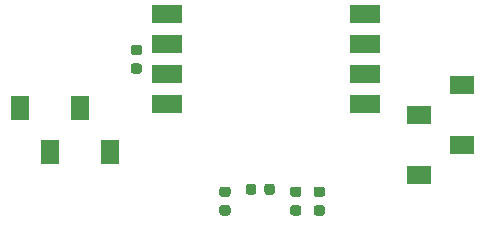
<source format=gtp>
G04 #@! TF.GenerationSoftware,KiCad,Pcbnew,(5.1.9-16-g1737927814)-1*
G04 #@! TF.CreationDate,2021-04-01T12:21:12-04:00*
G04 #@! TF.ProjectId,pressure_mpxv5010dp,70726573-7375-4726-955f-6d7078763530,1*
G04 #@! TF.SameCoordinates,Original*
G04 #@! TF.FileFunction,Paste,Top*
G04 #@! TF.FilePolarity,Positive*
%FSLAX45Y45*%
G04 Gerber Fmt 4.5, Leading zero omitted, Abs format (unit mm)*
G04 Created by KiCad (PCBNEW (5.1.9-16-g1737927814)-1) date 2021-04-01 12:21:12*
%MOMM*%
%LPD*%
G01*
G04 APERTURE LIST*
%ADD10R,1.500000X2.100000*%
%ADD11R,2.100000X1.500000*%
%ADD12R,2.540000X1.520000*%
G04 APERTURE END LIST*
D10*
X219000Y-1065000D03*
X727000Y-1065000D03*
X473000Y-1435000D03*
X981000Y-1435000D03*
D11*
X3960000Y-869000D03*
X3960000Y-1377000D03*
X3590000Y-1123000D03*
X3590000Y-1631000D03*
D12*
X1462000Y-269000D03*
X1462000Y-523000D03*
X1462000Y-777000D03*
X1462000Y-1031000D03*
X3138000Y-1031000D03*
X3138000Y-777000D03*
X3138000Y-523000D03*
X3138000Y-269000D03*
G36*
G01*
X2575625Y-1815000D02*
X2524375Y-1815000D01*
G75*
G02*
X2502500Y-1793125I0J21875D01*
G01*
X2502500Y-1749375D01*
G75*
G02*
X2524375Y-1727500I21875J0D01*
G01*
X2575625Y-1727500D01*
G75*
G02*
X2597500Y-1749375I0J-21875D01*
G01*
X2597500Y-1793125D01*
G75*
G02*
X2575625Y-1815000I-21875J0D01*
G01*
G37*
G36*
G01*
X2575625Y-1972500D02*
X2524375Y-1972500D01*
G75*
G02*
X2502500Y-1950625I0J21875D01*
G01*
X2502500Y-1906875D01*
G75*
G02*
X2524375Y-1885000I21875J0D01*
G01*
X2575625Y-1885000D01*
G75*
G02*
X2597500Y-1906875I0J-21875D01*
G01*
X2597500Y-1950625D01*
G75*
G02*
X2575625Y-1972500I-21875J0D01*
G01*
G37*
G36*
G01*
X2215000Y-1724375D02*
X2215000Y-1775625D01*
G75*
G02*
X2193125Y-1797500I-21875J0D01*
G01*
X2149375Y-1797500D01*
G75*
G02*
X2127500Y-1775625I0J21875D01*
G01*
X2127500Y-1724375D01*
G75*
G02*
X2149375Y-1702500I21875J0D01*
G01*
X2193125Y-1702500D01*
G75*
G02*
X2215000Y-1724375I0J-21875D01*
G01*
G37*
G36*
G01*
X2372500Y-1724375D02*
X2372500Y-1775625D01*
G75*
G02*
X2350625Y-1797500I-21875J0D01*
G01*
X2306875Y-1797500D01*
G75*
G02*
X2285000Y-1775625I0J21875D01*
G01*
X2285000Y-1724375D01*
G75*
G02*
X2306875Y-1702500I21875J0D01*
G01*
X2350625Y-1702500D01*
G75*
G02*
X2372500Y-1724375I0J-21875D01*
G01*
G37*
G36*
G01*
X2775625Y-1815000D02*
X2724375Y-1815000D01*
G75*
G02*
X2702500Y-1793125I0J21875D01*
G01*
X2702500Y-1749375D01*
G75*
G02*
X2724375Y-1727500I21875J0D01*
G01*
X2775625Y-1727500D01*
G75*
G02*
X2797500Y-1749375I0J-21875D01*
G01*
X2797500Y-1793125D01*
G75*
G02*
X2775625Y-1815000I-21875J0D01*
G01*
G37*
G36*
G01*
X2775625Y-1972500D02*
X2724375Y-1972500D01*
G75*
G02*
X2702500Y-1950625I0J21875D01*
G01*
X2702500Y-1906875D01*
G75*
G02*
X2724375Y-1885000I21875J0D01*
G01*
X2775625Y-1885000D01*
G75*
G02*
X2797500Y-1906875I0J-21875D01*
G01*
X2797500Y-1950625D01*
G75*
G02*
X2775625Y-1972500I-21875J0D01*
G01*
G37*
G36*
G01*
X1975625Y-1815000D02*
X1924375Y-1815000D01*
G75*
G02*
X1902500Y-1793125I0J21875D01*
G01*
X1902500Y-1749375D01*
G75*
G02*
X1924375Y-1727500I21875J0D01*
G01*
X1975625Y-1727500D01*
G75*
G02*
X1997500Y-1749375I0J-21875D01*
G01*
X1997500Y-1793125D01*
G75*
G02*
X1975625Y-1815000I-21875J0D01*
G01*
G37*
G36*
G01*
X1975625Y-1972500D02*
X1924375Y-1972500D01*
G75*
G02*
X1902500Y-1950625I0J21875D01*
G01*
X1902500Y-1906875D01*
G75*
G02*
X1924375Y-1885000I21875J0D01*
G01*
X1975625Y-1885000D01*
G75*
G02*
X1997500Y-1906875I0J-21875D01*
G01*
X1997500Y-1950625D01*
G75*
G02*
X1975625Y-1972500I-21875J0D01*
G01*
G37*
G36*
G01*
X1225625Y-615000D02*
X1174375Y-615000D01*
G75*
G02*
X1152500Y-593125I0J21875D01*
G01*
X1152500Y-549375D01*
G75*
G02*
X1174375Y-527500I21875J0D01*
G01*
X1225625Y-527500D01*
G75*
G02*
X1247500Y-549375I0J-21875D01*
G01*
X1247500Y-593125D01*
G75*
G02*
X1225625Y-615000I-21875J0D01*
G01*
G37*
G36*
G01*
X1225625Y-772500D02*
X1174375Y-772500D01*
G75*
G02*
X1152500Y-750625I0J21875D01*
G01*
X1152500Y-706875D01*
G75*
G02*
X1174375Y-685000I21875J0D01*
G01*
X1225625Y-685000D01*
G75*
G02*
X1247500Y-706875I0J-21875D01*
G01*
X1247500Y-750625D01*
G75*
G02*
X1225625Y-772500I-21875J0D01*
G01*
G37*
M02*

</source>
